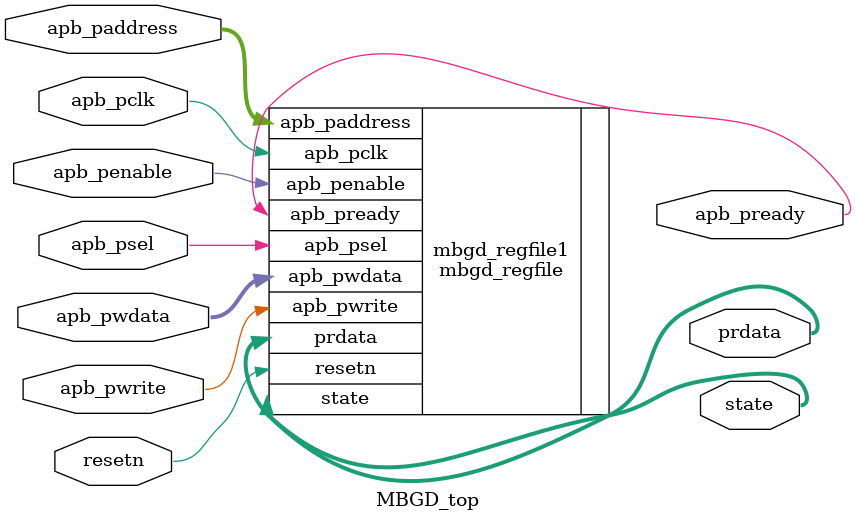
<source format=v>


 module MBGD_top(resetn, apb_pclk, apb_pwrite, apb_psel, apb_pwdata, apb_penable, apb_paddress, apb_pready, prdata, state);


// ----------------------------------------------------------------------
//                   reset and clocks
// ----------------------------------------------------------------------
 
 
     input wire         resetn;
 
 // ----------------------------------------------------------------------
 //                  APB Interface Signals
 // ----------------------------------------------------------------------
	
	
	input wire           apb_pclk;                                                       
	input wire          apb_pwrite;                                                     
	input wire  	    apb_psel;
	input wire [7:0]    apb_pwdata;
	input wire          apb_penable;
	input wire [7:0]    apb_paddress;
	output wire			apb_pready;
	output wire [7:0]	prdata;	
	output wire [1:0]    state;   // only for us to check the state machine
	
	
// ----------------------------------------------------------------------
//                  mbgd_regfile Instantiation
// ----------------------------------------------------------------------
	
	 mbgd_regfile mbgd_regfile1( .prdata ( prdata ),
							.apb_pready(apb_pready),
                            .apb_penable (apb_penable ),
                            .apb_pwrite ( apb_pwrite),
                            .apb_psel ( apb_psel),
                            .apb_pclk ( apb_pclk ),
                            .resetn ( resetn ),
                            .apb_paddress ( apb_paddress ),
                            .apb_pwdata ( apb_pwdata ),
                            .state (state)
                             );




 
   
 endmodule

</source>
